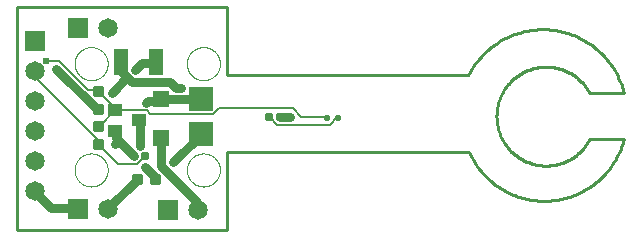
<source format=gtl>
G75*
%MOIN*%
%OFA0B0*%
%FSLAX25Y25*%
%IPPOS*%
%LPD*%
%AMOC8*
5,1,8,0,0,1.08239X$1,22.5*
%
%ADD10C,0.01000*%
%ADD11C,0.00000*%
%ADD12C,0.01250*%
%ADD13R,0.04500X0.09000*%
%ADD14R,0.05500X0.05500*%
%ADD15R,0.04500X0.04000*%
%ADD16C,0.00875*%
%ADD17R,0.07874X0.07874*%
%ADD18C,0.01142*%
%ADD19R,0.06500X0.06500*%
%ADD20C,0.06500*%
%ADD21C,0.03000*%
%ADD22C,0.02400*%
%ADD23C,0.00600*%
D10*
X0061453Y0072391D02*
X0061453Y0146682D01*
X0131532Y0146682D01*
X0131532Y0123847D01*
X0211847Y0123847D01*
X0211846Y0123847D02*
X0212158Y0124451D01*
X0212484Y0125047D01*
X0212825Y0125635D01*
X0213179Y0126214D01*
X0213548Y0126785D01*
X0213931Y0127346D01*
X0214327Y0127898D01*
X0214737Y0128440D01*
X0215159Y0128972D01*
X0215595Y0129494D01*
X0216043Y0130004D01*
X0216504Y0130504D01*
X0216976Y0130992D01*
X0217460Y0131469D01*
X0217956Y0131933D01*
X0218463Y0132386D01*
X0218981Y0132826D01*
X0219509Y0133253D01*
X0220048Y0133667D01*
X0220597Y0134068D01*
X0221155Y0134455D01*
X0221722Y0134828D01*
X0222299Y0135188D01*
X0222884Y0135533D01*
X0223477Y0135865D01*
X0224078Y0136181D01*
X0224687Y0136483D01*
X0225303Y0136770D01*
X0225926Y0137041D01*
X0226555Y0137298D01*
X0227190Y0137539D01*
X0227831Y0137764D01*
X0228477Y0137974D01*
X0229128Y0138168D01*
X0229784Y0138346D01*
X0230444Y0138508D01*
X0231108Y0138653D01*
X0231775Y0138783D01*
X0232445Y0138896D01*
X0233117Y0138993D01*
X0233792Y0139073D01*
X0234468Y0139137D01*
X0235146Y0139185D01*
X0235825Y0139216D01*
X0236504Y0139230D01*
X0237183Y0139228D01*
X0237863Y0139209D01*
X0238541Y0139173D01*
X0239218Y0139121D01*
X0239894Y0139053D01*
X0240569Y0138968D01*
X0241240Y0138867D01*
X0241910Y0138749D01*
X0242576Y0138615D01*
X0243238Y0138465D01*
X0243897Y0138298D01*
X0244551Y0138116D01*
X0245201Y0137918D01*
X0245846Y0137704D01*
X0246486Y0137474D01*
X0247119Y0137229D01*
X0247747Y0136968D01*
X0248368Y0136692D01*
X0248981Y0136401D01*
X0249588Y0136095D01*
X0250187Y0135775D01*
X0250778Y0135440D01*
X0251361Y0135090D01*
X0251935Y0134727D01*
X0252500Y0134349D01*
X0253056Y0133958D01*
X0253602Y0133554D01*
X0254137Y0133136D01*
X0254663Y0132706D01*
X0255178Y0132262D01*
X0255682Y0131806D01*
X0256174Y0131339D01*
X0256655Y0130859D01*
X0257125Y0130367D01*
X0257582Y0129865D01*
X0258026Y0129351D01*
X0258458Y0128827D01*
X0258877Y0128292D01*
X0259283Y0127747D01*
X0259676Y0127192D01*
X0260055Y0126628D01*
X0260420Y0126055D01*
X0260771Y0125474D01*
X0261107Y0124883D01*
X0261429Y0124285D01*
X0261737Y0123679D01*
X0262029Y0123066D01*
X0262307Y0122446D01*
X0262569Y0121819D01*
X0262816Y0121186D01*
X0263048Y0120547D01*
X0263263Y0119903D01*
X0263463Y0119254D01*
X0263647Y0118600D01*
X0263815Y0117941D01*
X0263816Y0117942D02*
X0252398Y0117942D01*
X0252205Y0118296D01*
X0252005Y0118646D01*
X0251795Y0118990D01*
X0251577Y0119330D01*
X0251351Y0119663D01*
X0251117Y0119992D01*
X0250875Y0120314D01*
X0250625Y0120630D01*
X0250367Y0120940D01*
X0250102Y0121244D01*
X0249830Y0121541D01*
X0249550Y0121832D01*
X0249264Y0122115D01*
X0248970Y0122391D01*
X0248670Y0122661D01*
X0248363Y0122922D01*
X0248050Y0123176D01*
X0247731Y0123423D01*
X0247406Y0123661D01*
X0247075Y0123891D01*
X0246739Y0124114D01*
X0246397Y0124328D01*
X0246050Y0124533D01*
X0245698Y0124730D01*
X0245342Y0124918D01*
X0244981Y0125098D01*
X0244616Y0125268D01*
X0244246Y0125430D01*
X0243873Y0125582D01*
X0243496Y0125726D01*
X0243116Y0125860D01*
X0242733Y0125985D01*
X0242346Y0126100D01*
X0241957Y0126206D01*
X0241566Y0126302D01*
X0241172Y0126388D01*
X0240776Y0126465D01*
X0240379Y0126533D01*
X0239980Y0126590D01*
X0239579Y0126638D01*
X0239178Y0126676D01*
X0238776Y0126704D01*
X0238373Y0126722D01*
X0237970Y0126730D01*
X0237567Y0126729D01*
X0237164Y0126717D01*
X0236761Y0126696D01*
X0236359Y0126665D01*
X0235958Y0126624D01*
X0235558Y0126573D01*
X0235160Y0126513D01*
X0234763Y0126443D01*
X0234368Y0126363D01*
X0233975Y0126273D01*
X0233584Y0126174D01*
X0233196Y0126065D01*
X0232810Y0125947D01*
X0232428Y0125819D01*
X0232049Y0125682D01*
X0231673Y0125536D01*
X0231301Y0125381D01*
X0230933Y0125216D01*
X0230569Y0125043D01*
X0230209Y0124861D01*
X0229854Y0124670D01*
X0229504Y0124470D01*
X0229159Y0124262D01*
X0228819Y0124046D01*
X0228484Y0123821D01*
X0228155Y0123588D01*
X0227832Y0123347D01*
X0227514Y0123098D01*
X0227203Y0122842D01*
X0226898Y0122578D01*
X0226600Y0122307D01*
X0226309Y0122028D01*
X0226024Y0121742D01*
X0225747Y0121450D01*
X0225477Y0121151D01*
X0225214Y0120845D01*
X0224959Y0120533D01*
X0224711Y0120215D01*
X0224471Y0119891D01*
X0224240Y0119561D01*
X0224016Y0119225D01*
X0223801Y0118884D01*
X0223594Y0118538D01*
X0223396Y0118187D01*
X0223206Y0117831D01*
X0223026Y0117471D01*
X0222854Y0117106D01*
X0222691Y0116738D01*
X0222537Y0116365D01*
X0222392Y0115989D01*
X0222256Y0115609D01*
X0222130Y0115226D01*
X0222013Y0114840D01*
X0221906Y0114452D01*
X0221808Y0114061D01*
X0221720Y0113667D01*
X0221642Y0113272D01*
X0221573Y0112874D01*
X0221514Y0112476D01*
X0221465Y0112076D01*
X0221425Y0111674D01*
X0221396Y0111272D01*
X0221376Y0110870D01*
X0221366Y0110467D01*
X0221366Y0110063D01*
X0221376Y0109660D01*
X0221396Y0109258D01*
X0221425Y0108856D01*
X0221465Y0108454D01*
X0221514Y0108054D01*
X0221573Y0107656D01*
X0221642Y0107258D01*
X0221720Y0106863D01*
X0221808Y0106469D01*
X0221906Y0106078D01*
X0222013Y0105690D01*
X0222130Y0105304D01*
X0222256Y0104921D01*
X0222392Y0104541D01*
X0222537Y0104165D01*
X0222691Y0103792D01*
X0222854Y0103424D01*
X0223026Y0103059D01*
X0223206Y0102699D01*
X0223396Y0102343D01*
X0223594Y0101992D01*
X0223801Y0101646D01*
X0224016Y0101305D01*
X0224240Y0100969D01*
X0224471Y0100639D01*
X0224711Y0100315D01*
X0224959Y0099997D01*
X0225214Y0099685D01*
X0225477Y0099379D01*
X0225747Y0099080D01*
X0226024Y0098788D01*
X0226309Y0098502D01*
X0226600Y0098223D01*
X0226898Y0097952D01*
X0227203Y0097688D01*
X0227514Y0097432D01*
X0227832Y0097183D01*
X0228155Y0096942D01*
X0228484Y0096709D01*
X0228819Y0096484D01*
X0229159Y0096268D01*
X0229504Y0096060D01*
X0229854Y0095860D01*
X0230209Y0095669D01*
X0230569Y0095487D01*
X0230933Y0095314D01*
X0231301Y0095149D01*
X0231673Y0094994D01*
X0232049Y0094848D01*
X0232428Y0094711D01*
X0232810Y0094583D01*
X0233196Y0094465D01*
X0233584Y0094356D01*
X0233975Y0094257D01*
X0234368Y0094167D01*
X0234763Y0094087D01*
X0235160Y0094017D01*
X0235558Y0093957D01*
X0235958Y0093906D01*
X0236359Y0093865D01*
X0236761Y0093834D01*
X0237164Y0093813D01*
X0237567Y0093801D01*
X0237970Y0093800D01*
X0238373Y0093808D01*
X0238776Y0093826D01*
X0239178Y0093854D01*
X0239579Y0093892D01*
X0239980Y0093940D01*
X0240379Y0093997D01*
X0240776Y0094065D01*
X0241172Y0094142D01*
X0241566Y0094228D01*
X0241957Y0094324D01*
X0242346Y0094430D01*
X0242733Y0094545D01*
X0243116Y0094670D01*
X0243496Y0094804D01*
X0243873Y0094948D01*
X0244246Y0095100D01*
X0244616Y0095262D01*
X0244981Y0095432D01*
X0245342Y0095612D01*
X0245698Y0095800D01*
X0246050Y0095997D01*
X0246397Y0096202D01*
X0246739Y0096416D01*
X0247075Y0096639D01*
X0247406Y0096869D01*
X0247731Y0097107D01*
X0248050Y0097354D01*
X0248363Y0097608D01*
X0248670Y0097869D01*
X0248970Y0098139D01*
X0249264Y0098415D01*
X0249550Y0098698D01*
X0249830Y0098989D01*
X0250102Y0099286D01*
X0250367Y0099590D01*
X0250625Y0099900D01*
X0250875Y0100216D01*
X0251117Y0100538D01*
X0251351Y0100867D01*
X0251577Y0101200D01*
X0251795Y0101540D01*
X0252005Y0101884D01*
X0252205Y0102234D01*
X0252398Y0102588D01*
X0252398Y0102548D02*
X0263737Y0102587D01*
X0263815Y0102587D02*
X0263639Y0101941D01*
X0263447Y0101299D01*
X0263239Y0100663D01*
X0263016Y0100031D01*
X0262778Y0099405D01*
X0262524Y0098786D01*
X0262256Y0098172D01*
X0261972Y0097566D01*
X0261674Y0096966D01*
X0261361Y0096374D01*
X0261034Y0095790D01*
X0260693Y0095214D01*
X0260337Y0094646D01*
X0259968Y0094087D01*
X0259586Y0093538D01*
X0259190Y0092998D01*
X0258781Y0092467D01*
X0258359Y0091947D01*
X0257925Y0091438D01*
X0257478Y0090939D01*
X0257019Y0090451D01*
X0256549Y0089974D01*
X0256067Y0089509D01*
X0255574Y0089056D01*
X0255070Y0088616D01*
X0254555Y0088187D01*
X0254030Y0087771D01*
X0253495Y0087369D01*
X0252950Y0086979D01*
X0252396Y0086603D01*
X0251833Y0086240D01*
X0251262Y0085892D01*
X0250682Y0085557D01*
X0250094Y0085237D01*
X0249498Y0084931D01*
X0248895Y0084640D01*
X0248285Y0084363D01*
X0247669Y0084102D01*
X0247046Y0083855D01*
X0246417Y0083624D01*
X0245783Y0083409D01*
X0245144Y0083208D01*
X0244501Y0083024D01*
X0243853Y0082855D01*
X0243201Y0082702D01*
X0242545Y0082566D01*
X0241886Y0082445D01*
X0241225Y0082340D01*
X0240561Y0082252D01*
X0239896Y0082179D01*
X0239228Y0082123D01*
X0238560Y0082083D01*
X0237891Y0082060D01*
X0237221Y0082053D01*
X0236551Y0082062D01*
X0235882Y0082088D01*
X0235214Y0082130D01*
X0234547Y0082188D01*
X0233881Y0082263D01*
X0233218Y0082354D01*
X0232557Y0082460D01*
X0231899Y0082583D01*
X0231244Y0082723D01*
X0230592Y0082878D01*
X0229945Y0083048D01*
X0229302Y0083235D01*
X0228663Y0083437D01*
X0228030Y0083655D01*
X0227402Y0083888D01*
X0226780Y0084137D01*
X0226165Y0084400D01*
X0225556Y0084679D01*
X0224954Y0084972D01*
X0224359Y0085280D01*
X0223772Y0085602D01*
X0223193Y0085939D01*
X0222623Y0086289D01*
X0222061Y0086654D01*
X0221508Y0087032D01*
X0220965Y0087423D01*
X0220431Y0087828D01*
X0219908Y0088245D01*
X0219394Y0088675D01*
X0218892Y0089118D01*
X0218400Y0089572D01*
X0217920Y0090039D01*
X0217451Y0090517D01*
X0216994Y0091006D01*
X0216549Y0091507D01*
X0216116Y0092018D01*
X0215696Y0092540D01*
X0215289Y0093071D01*
X0214895Y0093613D01*
X0214514Y0094163D01*
X0214147Y0094723D01*
X0213794Y0095292D01*
X0213454Y0095870D01*
X0213129Y0096455D01*
X0212818Y0097048D01*
X0212522Y0097649D01*
X0212240Y0098256D01*
X0211847Y0098257D02*
X0131532Y0098257D01*
X0131532Y0072391D01*
X0061453Y0072391D01*
D11*
X0080745Y0092351D02*
X0080747Y0092499D01*
X0080753Y0092647D01*
X0080763Y0092795D01*
X0080777Y0092942D01*
X0080795Y0093089D01*
X0080816Y0093235D01*
X0080842Y0093381D01*
X0080872Y0093526D01*
X0080905Y0093670D01*
X0080943Y0093813D01*
X0080984Y0093955D01*
X0081029Y0094096D01*
X0081077Y0094236D01*
X0081130Y0094375D01*
X0081186Y0094512D01*
X0081246Y0094647D01*
X0081309Y0094781D01*
X0081376Y0094913D01*
X0081447Y0095043D01*
X0081521Y0095171D01*
X0081598Y0095297D01*
X0081679Y0095421D01*
X0081763Y0095543D01*
X0081850Y0095662D01*
X0081941Y0095779D01*
X0082035Y0095894D01*
X0082131Y0096006D01*
X0082231Y0096116D01*
X0082333Y0096222D01*
X0082439Y0096326D01*
X0082547Y0096427D01*
X0082658Y0096525D01*
X0082771Y0096621D01*
X0082887Y0096713D01*
X0083005Y0096802D01*
X0083126Y0096887D01*
X0083249Y0096970D01*
X0083374Y0097049D01*
X0083501Y0097125D01*
X0083630Y0097197D01*
X0083761Y0097266D01*
X0083894Y0097331D01*
X0084029Y0097392D01*
X0084165Y0097450D01*
X0084302Y0097505D01*
X0084441Y0097555D01*
X0084582Y0097602D01*
X0084723Y0097645D01*
X0084866Y0097685D01*
X0085010Y0097720D01*
X0085154Y0097752D01*
X0085300Y0097779D01*
X0085446Y0097803D01*
X0085593Y0097823D01*
X0085740Y0097839D01*
X0085887Y0097851D01*
X0086035Y0097859D01*
X0086183Y0097863D01*
X0086331Y0097863D01*
X0086479Y0097859D01*
X0086627Y0097851D01*
X0086774Y0097839D01*
X0086921Y0097823D01*
X0087068Y0097803D01*
X0087214Y0097779D01*
X0087360Y0097752D01*
X0087504Y0097720D01*
X0087648Y0097685D01*
X0087791Y0097645D01*
X0087932Y0097602D01*
X0088073Y0097555D01*
X0088212Y0097505D01*
X0088349Y0097450D01*
X0088485Y0097392D01*
X0088620Y0097331D01*
X0088753Y0097266D01*
X0088884Y0097197D01*
X0089013Y0097125D01*
X0089140Y0097049D01*
X0089265Y0096970D01*
X0089388Y0096887D01*
X0089509Y0096802D01*
X0089627Y0096713D01*
X0089743Y0096621D01*
X0089856Y0096525D01*
X0089967Y0096427D01*
X0090075Y0096326D01*
X0090181Y0096222D01*
X0090283Y0096116D01*
X0090383Y0096006D01*
X0090479Y0095894D01*
X0090573Y0095779D01*
X0090664Y0095662D01*
X0090751Y0095543D01*
X0090835Y0095421D01*
X0090916Y0095297D01*
X0090993Y0095171D01*
X0091067Y0095043D01*
X0091138Y0094913D01*
X0091205Y0094781D01*
X0091268Y0094647D01*
X0091328Y0094512D01*
X0091384Y0094375D01*
X0091437Y0094236D01*
X0091485Y0094096D01*
X0091530Y0093955D01*
X0091571Y0093813D01*
X0091609Y0093670D01*
X0091642Y0093526D01*
X0091672Y0093381D01*
X0091698Y0093235D01*
X0091719Y0093089D01*
X0091737Y0092942D01*
X0091751Y0092795D01*
X0091761Y0092647D01*
X0091767Y0092499D01*
X0091769Y0092351D01*
X0091767Y0092203D01*
X0091761Y0092055D01*
X0091751Y0091907D01*
X0091737Y0091760D01*
X0091719Y0091613D01*
X0091698Y0091467D01*
X0091672Y0091321D01*
X0091642Y0091176D01*
X0091609Y0091032D01*
X0091571Y0090889D01*
X0091530Y0090747D01*
X0091485Y0090606D01*
X0091437Y0090466D01*
X0091384Y0090327D01*
X0091328Y0090190D01*
X0091268Y0090055D01*
X0091205Y0089921D01*
X0091138Y0089789D01*
X0091067Y0089659D01*
X0090993Y0089531D01*
X0090916Y0089405D01*
X0090835Y0089281D01*
X0090751Y0089159D01*
X0090664Y0089040D01*
X0090573Y0088923D01*
X0090479Y0088808D01*
X0090383Y0088696D01*
X0090283Y0088586D01*
X0090181Y0088480D01*
X0090075Y0088376D01*
X0089967Y0088275D01*
X0089856Y0088177D01*
X0089743Y0088081D01*
X0089627Y0087989D01*
X0089509Y0087900D01*
X0089388Y0087815D01*
X0089265Y0087732D01*
X0089140Y0087653D01*
X0089013Y0087577D01*
X0088884Y0087505D01*
X0088753Y0087436D01*
X0088620Y0087371D01*
X0088485Y0087310D01*
X0088349Y0087252D01*
X0088212Y0087197D01*
X0088073Y0087147D01*
X0087932Y0087100D01*
X0087791Y0087057D01*
X0087648Y0087017D01*
X0087504Y0086982D01*
X0087360Y0086950D01*
X0087214Y0086923D01*
X0087068Y0086899D01*
X0086921Y0086879D01*
X0086774Y0086863D01*
X0086627Y0086851D01*
X0086479Y0086843D01*
X0086331Y0086839D01*
X0086183Y0086839D01*
X0086035Y0086843D01*
X0085887Y0086851D01*
X0085740Y0086863D01*
X0085593Y0086879D01*
X0085446Y0086899D01*
X0085300Y0086923D01*
X0085154Y0086950D01*
X0085010Y0086982D01*
X0084866Y0087017D01*
X0084723Y0087057D01*
X0084582Y0087100D01*
X0084441Y0087147D01*
X0084302Y0087197D01*
X0084165Y0087252D01*
X0084029Y0087310D01*
X0083894Y0087371D01*
X0083761Y0087436D01*
X0083630Y0087505D01*
X0083501Y0087577D01*
X0083374Y0087653D01*
X0083249Y0087732D01*
X0083126Y0087815D01*
X0083005Y0087900D01*
X0082887Y0087989D01*
X0082771Y0088081D01*
X0082658Y0088177D01*
X0082547Y0088275D01*
X0082439Y0088376D01*
X0082333Y0088480D01*
X0082231Y0088586D01*
X0082131Y0088696D01*
X0082035Y0088808D01*
X0081941Y0088923D01*
X0081850Y0089040D01*
X0081763Y0089159D01*
X0081679Y0089281D01*
X0081598Y0089405D01*
X0081521Y0089531D01*
X0081447Y0089659D01*
X0081376Y0089789D01*
X0081309Y0089921D01*
X0081246Y0090055D01*
X0081186Y0090190D01*
X0081130Y0090327D01*
X0081077Y0090466D01*
X0081029Y0090606D01*
X0080984Y0090747D01*
X0080943Y0090889D01*
X0080905Y0091032D01*
X0080872Y0091176D01*
X0080842Y0091321D01*
X0080816Y0091467D01*
X0080795Y0091613D01*
X0080777Y0091760D01*
X0080763Y0091907D01*
X0080753Y0092055D01*
X0080747Y0092203D01*
X0080745Y0092351D01*
X0118146Y0092351D02*
X0118148Y0092499D01*
X0118154Y0092647D01*
X0118164Y0092795D01*
X0118178Y0092942D01*
X0118196Y0093089D01*
X0118217Y0093235D01*
X0118243Y0093381D01*
X0118273Y0093526D01*
X0118306Y0093670D01*
X0118344Y0093813D01*
X0118385Y0093955D01*
X0118430Y0094096D01*
X0118478Y0094236D01*
X0118531Y0094375D01*
X0118587Y0094512D01*
X0118647Y0094647D01*
X0118710Y0094781D01*
X0118777Y0094913D01*
X0118848Y0095043D01*
X0118922Y0095171D01*
X0118999Y0095297D01*
X0119080Y0095421D01*
X0119164Y0095543D01*
X0119251Y0095662D01*
X0119342Y0095779D01*
X0119436Y0095894D01*
X0119532Y0096006D01*
X0119632Y0096116D01*
X0119734Y0096222D01*
X0119840Y0096326D01*
X0119948Y0096427D01*
X0120059Y0096525D01*
X0120172Y0096621D01*
X0120288Y0096713D01*
X0120406Y0096802D01*
X0120527Y0096887D01*
X0120650Y0096970D01*
X0120775Y0097049D01*
X0120902Y0097125D01*
X0121031Y0097197D01*
X0121162Y0097266D01*
X0121295Y0097331D01*
X0121430Y0097392D01*
X0121566Y0097450D01*
X0121703Y0097505D01*
X0121842Y0097555D01*
X0121983Y0097602D01*
X0122124Y0097645D01*
X0122267Y0097685D01*
X0122411Y0097720D01*
X0122555Y0097752D01*
X0122701Y0097779D01*
X0122847Y0097803D01*
X0122994Y0097823D01*
X0123141Y0097839D01*
X0123288Y0097851D01*
X0123436Y0097859D01*
X0123584Y0097863D01*
X0123732Y0097863D01*
X0123880Y0097859D01*
X0124028Y0097851D01*
X0124175Y0097839D01*
X0124322Y0097823D01*
X0124469Y0097803D01*
X0124615Y0097779D01*
X0124761Y0097752D01*
X0124905Y0097720D01*
X0125049Y0097685D01*
X0125192Y0097645D01*
X0125333Y0097602D01*
X0125474Y0097555D01*
X0125613Y0097505D01*
X0125750Y0097450D01*
X0125886Y0097392D01*
X0126021Y0097331D01*
X0126154Y0097266D01*
X0126285Y0097197D01*
X0126414Y0097125D01*
X0126541Y0097049D01*
X0126666Y0096970D01*
X0126789Y0096887D01*
X0126910Y0096802D01*
X0127028Y0096713D01*
X0127144Y0096621D01*
X0127257Y0096525D01*
X0127368Y0096427D01*
X0127476Y0096326D01*
X0127582Y0096222D01*
X0127684Y0096116D01*
X0127784Y0096006D01*
X0127880Y0095894D01*
X0127974Y0095779D01*
X0128065Y0095662D01*
X0128152Y0095543D01*
X0128236Y0095421D01*
X0128317Y0095297D01*
X0128394Y0095171D01*
X0128468Y0095043D01*
X0128539Y0094913D01*
X0128606Y0094781D01*
X0128669Y0094647D01*
X0128729Y0094512D01*
X0128785Y0094375D01*
X0128838Y0094236D01*
X0128886Y0094096D01*
X0128931Y0093955D01*
X0128972Y0093813D01*
X0129010Y0093670D01*
X0129043Y0093526D01*
X0129073Y0093381D01*
X0129099Y0093235D01*
X0129120Y0093089D01*
X0129138Y0092942D01*
X0129152Y0092795D01*
X0129162Y0092647D01*
X0129168Y0092499D01*
X0129170Y0092351D01*
X0129168Y0092203D01*
X0129162Y0092055D01*
X0129152Y0091907D01*
X0129138Y0091760D01*
X0129120Y0091613D01*
X0129099Y0091467D01*
X0129073Y0091321D01*
X0129043Y0091176D01*
X0129010Y0091032D01*
X0128972Y0090889D01*
X0128931Y0090747D01*
X0128886Y0090606D01*
X0128838Y0090466D01*
X0128785Y0090327D01*
X0128729Y0090190D01*
X0128669Y0090055D01*
X0128606Y0089921D01*
X0128539Y0089789D01*
X0128468Y0089659D01*
X0128394Y0089531D01*
X0128317Y0089405D01*
X0128236Y0089281D01*
X0128152Y0089159D01*
X0128065Y0089040D01*
X0127974Y0088923D01*
X0127880Y0088808D01*
X0127784Y0088696D01*
X0127684Y0088586D01*
X0127582Y0088480D01*
X0127476Y0088376D01*
X0127368Y0088275D01*
X0127257Y0088177D01*
X0127144Y0088081D01*
X0127028Y0087989D01*
X0126910Y0087900D01*
X0126789Y0087815D01*
X0126666Y0087732D01*
X0126541Y0087653D01*
X0126414Y0087577D01*
X0126285Y0087505D01*
X0126154Y0087436D01*
X0126021Y0087371D01*
X0125886Y0087310D01*
X0125750Y0087252D01*
X0125613Y0087197D01*
X0125474Y0087147D01*
X0125333Y0087100D01*
X0125192Y0087057D01*
X0125049Y0087017D01*
X0124905Y0086982D01*
X0124761Y0086950D01*
X0124615Y0086923D01*
X0124469Y0086899D01*
X0124322Y0086879D01*
X0124175Y0086863D01*
X0124028Y0086851D01*
X0123880Y0086843D01*
X0123732Y0086839D01*
X0123584Y0086839D01*
X0123436Y0086843D01*
X0123288Y0086851D01*
X0123141Y0086863D01*
X0122994Y0086879D01*
X0122847Y0086899D01*
X0122701Y0086923D01*
X0122555Y0086950D01*
X0122411Y0086982D01*
X0122267Y0087017D01*
X0122124Y0087057D01*
X0121983Y0087100D01*
X0121842Y0087147D01*
X0121703Y0087197D01*
X0121566Y0087252D01*
X0121430Y0087310D01*
X0121295Y0087371D01*
X0121162Y0087436D01*
X0121031Y0087505D01*
X0120902Y0087577D01*
X0120775Y0087653D01*
X0120650Y0087732D01*
X0120527Y0087815D01*
X0120406Y0087900D01*
X0120288Y0087989D01*
X0120172Y0088081D01*
X0120059Y0088177D01*
X0119948Y0088275D01*
X0119840Y0088376D01*
X0119734Y0088480D01*
X0119632Y0088586D01*
X0119532Y0088696D01*
X0119436Y0088808D01*
X0119342Y0088923D01*
X0119251Y0089040D01*
X0119164Y0089159D01*
X0119080Y0089281D01*
X0118999Y0089405D01*
X0118922Y0089531D01*
X0118848Y0089659D01*
X0118777Y0089789D01*
X0118710Y0089921D01*
X0118647Y0090055D01*
X0118587Y0090190D01*
X0118531Y0090327D01*
X0118478Y0090466D01*
X0118430Y0090606D01*
X0118385Y0090747D01*
X0118344Y0090889D01*
X0118306Y0091032D01*
X0118273Y0091176D01*
X0118243Y0091321D01*
X0118217Y0091467D01*
X0118196Y0091613D01*
X0118178Y0091760D01*
X0118164Y0091907D01*
X0118154Y0092055D01*
X0118148Y0092203D01*
X0118146Y0092351D01*
X0118146Y0127784D02*
X0118148Y0127932D01*
X0118154Y0128080D01*
X0118164Y0128228D01*
X0118178Y0128375D01*
X0118196Y0128522D01*
X0118217Y0128668D01*
X0118243Y0128814D01*
X0118273Y0128959D01*
X0118306Y0129103D01*
X0118344Y0129246D01*
X0118385Y0129388D01*
X0118430Y0129529D01*
X0118478Y0129669D01*
X0118531Y0129808D01*
X0118587Y0129945D01*
X0118647Y0130080D01*
X0118710Y0130214D01*
X0118777Y0130346D01*
X0118848Y0130476D01*
X0118922Y0130604D01*
X0118999Y0130730D01*
X0119080Y0130854D01*
X0119164Y0130976D01*
X0119251Y0131095D01*
X0119342Y0131212D01*
X0119436Y0131327D01*
X0119532Y0131439D01*
X0119632Y0131549D01*
X0119734Y0131655D01*
X0119840Y0131759D01*
X0119948Y0131860D01*
X0120059Y0131958D01*
X0120172Y0132054D01*
X0120288Y0132146D01*
X0120406Y0132235D01*
X0120527Y0132320D01*
X0120650Y0132403D01*
X0120775Y0132482D01*
X0120902Y0132558D01*
X0121031Y0132630D01*
X0121162Y0132699D01*
X0121295Y0132764D01*
X0121430Y0132825D01*
X0121566Y0132883D01*
X0121703Y0132938D01*
X0121842Y0132988D01*
X0121983Y0133035D01*
X0122124Y0133078D01*
X0122267Y0133118D01*
X0122411Y0133153D01*
X0122555Y0133185D01*
X0122701Y0133212D01*
X0122847Y0133236D01*
X0122994Y0133256D01*
X0123141Y0133272D01*
X0123288Y0133284D01*
X0123436Y0133292D01*
X0123584Y0133296D01*
X0123732Y0133296D01*
X0123880Y0133292D01*
X0124028Y0133284D01*
X0124175Y0133272D01*
X0124322Y0133256D01*
X0124469Y0133236D01*
X0124615Y0133212D01*
X0124761Y0133185D01*
X0124905Y0133153D01*
X0125049Y0133118D01*
X0125192Y0133078D01*
X0125333Y0133035D01*
X0125474Y0132988D01*
X0125613Y0132938D01*
X0125750Y0132883D01*
X0125886Y0132825D01*
X0126021Y0132764D01*
X0126154Y0132699D01*
X0126285Y0132630D01*
X0126414Y0132558D01*
X0126541Y0132482D01*
X0126666Y0132403D01*
X0126789Y0132320D01*
X0126910Y0132235D01*
X0127028Y0132146D01*
X0127144Y0132054D01*
X0127257Y0131958D01*
X0127368Y0131860D01*
X0127476Y0131759D01*
X0127582Y0131655D01*
X0127684Y0131549D01*
X0127784Y0131439D01*
X0127880Y0131327D01*
X0127974Y0131212D01*
X0128065Y0131095D01*
X0128152Y0130976D01*
X0128236Y0130854D01*
X0128317Y0130730D01*
X0128394Y0130604D01*
X0128468Y0130476D01*
X0128539Y0130346D01*
X0128606Y0130214D01*
X0128669Y0130080D01*
X0128729Y0129945D01*
X0128785Y0129808D01*
X0128838Y0129669D01*
X0128886Y0129529D01*
X0128931Y0129388D01*
X0128972Y0129246D01*
X0129010Y0129103D01*
X0129043Y0128959D01*
X0129073Y0128814D01*
X0129099Y0128668D01*
X0129120Y0128522D01*
X0129138Y0128375D01*
X0129152Y0128228D01*
X0129162Y0128080D01*
X0129168Y0127932D01*
X0129170Y0127784D01*
X0129168Y0127636D01*
X0129162Y0127488D01*
X0129152Y0127340D01*
X0129138Y0127193D01*
X0129120Y0127046D01*
X0129099Y0126900D01*
X0129073Y0126754D01*
X0129043Y0126609D01*
X0129010Y0126465D01*
X0128972Y0126322D01*
X0128931Y0126180D01*
X0128886Y0126039D01*
X0128838Y0125899D01*
X0128785Y0125760D01*
X0128729Y0125623D01*
X0128669Y0125488D01*
X0128606Y0125354D01*
X0128539Y0125222D01*
X0128468Y0125092D01*
X0128394Y0124964D01*
X0128317Y0124838D01*
X0128236Y0124714D01*
X0128152Y0124592D01*
X0128065Y0124473D01*
X0127974Y0124356D01*
X0127880Y0124241D01*
X0127784Y0124129D01*
X0127684Y0124019D01*
X0127582Y0123913D01*
X0127476Y0123809D01*
X0127368Y0123708D01*
X0127257Y0123610D01*
X0127144Y0123514D01*
X0127028Y0123422D01*
X0126910Y0123333D01*
X0126789Y0123248D01*
X0126666Y0123165D01*
X0126541Y0123086D01*
X0126414Y0123010D01*
X0126285Y0122938D01*
X0126154Y0122869D01*
X0126021Y0122804D01*
X0125886Y0122743D01*
X0125750Y0122685D01*
X0125613Y0122630D01*
X0125474Y0122580D01*
X0125333Y0122533D01*
X0125192Y0122490D01*
X0125049Y0122450D01*
X0124905Y0122415D01*
X0124761Y0122383D01*
X0124615Y0122356D01*
X0124469Y0122332D01*
X0124322Y0122312D01*
X0124175Y0122296D01*
X0124028Y0122284D01*
X0123880Y0122276D01*
X0123732Y0122272D01*
X0123584Y0122272D01*
X0123436Y0122276D01*
X0123288Y0122284D01*
X0123141Y0122296D01*
X0122994Y0122312D01*
X0122847Y0122332D01*
X0122701Y0122356D01*
X0122555Y0122383D01*
X0122411Y0122415D01*
X0122267Y0122450D01*
X0122124Y0122490D01*
X0121983Y0122533D01*
X0121842Y0122580D01*
X0121703Y0122630D01*
X0121566Y0122685D01*
X0121430Y0122743D01*
X0121295Y0122804D01*
X0121162Y0122869D01*
X0121031Y0122938D01*
X0120902Y0123010D01*
X0120775Y0123086D01*
X0120650Y0123165D01*
X0120527Y0123248D01*
X0120406Y0123333D01*
X0120288Y0123422D01*
X0120172Y0123514D01*
X0120059Y0123610D01*
X0119948Y0123708D01*
X0119840Y0123809D01*
X0119734Y0123913D01*
X0119632Y0124019D01*
X0119532Y0124129D01*
X0119436Y0124241D01*
X0119342Y0124356D01*
X0119251Y0124473D01*
X0119164Y0124592D01*
X0119080Y0124714D01*
X0118999Y0124838D01*
X0118922Y0124964D01*
X0118848Y0125092D01*
X0118777Y0125222D01*
X0118710Y0125354D01*
X0118647Y0125488D01*
X0118587Y0125623D01*
X0118531Y0125760D01*
X0118478Y0125899D01*
X0118430Y0126039D01*
X0118385Y0126180D01*
X0118344Y0126322D01*
X0118306Y0126465D01*
X0118273Y0126609D01*
X0118243Y0126754D01*
X0118217Y0126900D01*
X0118196Y0127046D01*
X0118178Y0127193D01*
X0118164Y0127340D01*
X0118154Y0127488D01*
X0118148Y0127636D01*
X0118146Y0127784D01*
X0080745Y0127784D02*
X0080747Y0127932D01*
X0080753Y0128080D01*
X0080763Y0128228D01*
X0080777Y0128375D01*
X0080795Y0128522D01*
X0080816Y0128668D01*
X0080842Y0128814D01*
X0080872Y0128959D01*
X0080905Y0129103D01*
X0080943Y0129246D01*
X0080984Y0129388D01*
X0081029Y0129529D01*
X0081077Y0129669D01*
X0081130Y0129808D01*
X0081186Y0129945D01*
X0081246Y0130080D01*
X0081309Y0130214D01*
X0081376Y0130346D01*
X0081447Y0130476D01*
X0081521Y0130604D01*
X0081598Y0130730D01*
X0081679Y0130854D01*
X0081763Y0130976D01*
X0081850Y0131095D01*
X0081941Y0131212D01*
X0082035Y0131327D01*
X0082131Y0131439D01*
X0082231Y0131549D01*
X0082333Y0131655D01*
X0082439Y0131759D01*
X0082547Y0131860D01*
X0082658Y0131958D01*
X0082771Y0132054D01*
X0082887Y0132146D01*
X0083005Y0132235D01*
X0083126Y0132320D01*
X0083249Y0132403D01*
X0083374Y0132482D01*
X0083501Y0132558D01*
X0083630Y0132630D01*
X0083761Y0132699D01*
X0083894Y0132764D01*
X0084029Y0132825D01*
X0084165Y0132883D01*
X0084302Y0132938D01*
X0084441Y0132988D01*
X0084582Y0133035D01*
X0084723Y0133078D01*
X0084866Y0133118D01*
X0085010Y0133153D01*
X0085154Y0133185D01*
X0085300Y0133212D01*
X0085446Y0133236D01*
X0085593Y0133256D01*
X0085740Y0133272D01*
X0085887Y0133284D01*
X0086035Y0133292D01*
X0086183Y0133296D01*
X0086331Y0133296D01*
X0086479Y0133292D01*
X0086627Y0133284D01*
X0086774Y0133272D01*
X0086921Y0133256D01*
X0087068Y0133236D01*
X0087214Y0133212D01*
X0087360Y0133185D01*
X0087504Y0133153D01*
X0087648Y0133118D01*
X0087791Y0133078D01*
X0087932Y0133035D01*
X0088073Y0132988D01*
X0088212Y0132938D01*
X0088349Y0132883D01*
X0088485Y0132825D01*
X0088620Y0132764D01*
X0088753Y0132699D01*
X0088884Y0132630D01*
X0089013Y0132558D01*
X0089140Y0132482D01*
X0089265Y0132403D01*
X0089388Y0132320D01*
X0089509Y0132235D01*
X0089627Y0132146D01*
X0089743Y0132054D01*
X0089856Y0131958D01*
X0089967Y0131860D01*
X0090075Y0131759D01*
X0090181Y0131655D01*
X0090283Y0131549D01*
X0090383Y0131439D01*
X0090479Y0131327D01*
X0090573Y0131212D01*
X0090664Y0131095D01*
X0090751Y0130976D01*
X0090835Y0130854D01*
X0090916Y0130730D01*
X0090993Y0130604D01*
X0091067Y0130476D01*
X0091138Y0130346D01*
X0091205Y0130214D01*
X0091268Y0130080D01*
X0091328Y0129945D01*
X0091384Y0129808D01*
X0091437Y0129669D01*
X0091485Y0129529D01*
X0091530Y0129388D01*
X0091571Y0129246D01*
X0091609Y0129103D01*
X0091642Y0128959D01*
X0091672Y0128814D01*
X0091698Y0128668D01*
X0091719Y0128522D01*
X0091737Y0128375D01*
X0091751Y0128228D01*
X0091761Y0128080D01*
X0091767Y0127932D01*
X0091769Y0127784D01*
X0091767Y0127636D01*
X0091761Y0127488D01*
X0091751Y0127340D01*
X0091737Y0127193D01*
X0091719Y0127046D01*
X0091698Y0126900D01*
X0091672Y0126754D01*
X0091642Y0126609D01*
X0091609Y0126465D01*
X0091571Y0126322D01*
X0091530Y0126180D01*
X0091485Y0126039D01*
X0091437Y0125899D01*
X0091384Y0125760D01*
X0091328Y0125623D01*
X0091268Y0125488D01*
X0091205Y0125354D01*
X0091138Y0125222D01*
X0091067Y0125092D01*
X0090993Y0124964D01*
X0090916Y0124838D01*
X0090835Y0124714D01*
X0090751Y0124592D01*
X0090664Y0124473D01*
X0090573Y0124356D01*
X0090479Y0124241D01*
X0090383Y0124129D01*
X0090283Y0124019D01*
X0090181Y0123913D01*
X0090075Y0123809D01*
X0089967Y0123708D01*
X0089856Y0123610D01*
X0089743Y0123514D01*
X0089627Y0123422D01*
X0089509Y0123333D01*
X0089388Y0123248D01*
X0089265Y0123165D01*
X0089140Y0123086D01*
X0089013Y0123010D01*
X0088884Y0122938D01*
X0088753Y0122869D01*
X0088620Y0122804D01*
X0088485Y0122743D01*
X0088349Y0122685D01*
X0088212Y0122630D01*
X0088073Y0122580D01*
X0087932Y0122533D01*
X0087791Y0122490D01*
X0087648Y0122450D01*
X0087504Y0122415D01*
X0087360Y0122383D01*
X0087214Y0122356D01*
X0087068Y0122332D01*
X0086921Y0122312D01*
X0086774Y0122296D01*
X0086627Y0122284D01*
X0086479Y0122276D01*
X0086331Y0122272D01*
X0086183Y0122272D01*
X0086035Y0122276D01*
X0085887Y0122284D01*
X0085740Y0122296D01*
X0085593Y0122312D01*
X0085446Y0122332D01*
X0085300Y0122356D01*
X0085154Y0122383D01*
X0085010Y0122415D01*
X0084866Y0122450D01*
X0084723Y0122490D01*
X0084582Y0122533D01*
X0084441Y0122580D01*
X0084302Y0122630D01*
X0084165Y0122685D01*
X0084029Y0122743D01*
X0083894Y0122804D01*
X0083761Y0122869D01*
X0083630Y0122938D01*
X0083501Y0123010D01*
X0083374Y0123086D01*
X0083249Y0123165D01*
X0083126Y0123248D01*
X0083005Y0123333D01*
X0082887Y0123422D01*
X0082771Y0123514D01*
X0082658Y0123610D01*
X0082547Y0123708D01*
X0082439Y0123809D01*
X0082333Y0123913D01*
X0082231Y0124019D01*
X0082131Y0124129D01*
X0082035Y0124241D01*
X0081941Y0124356D01*
X0081850Y0124473D01*
X0081763Y0124592D01*
X0081679Y0124714D01*
X0081598Y0124838D01*
X0081521Y0124964D01*
X0081447Y0125092D01*
X0081376Y0125222D01*
X0081309Y0125354D01*
X0081246Y0125488D01*
X0081186Y0125623D01*
X0081130Y0125760D01*
X0081077Y0125899D01*
X0081029Y0126039D01*
X0080984Y0126180D01*
X0080943Y0126322D01*
X0080905Y0126465D01*
X0080872Y0126609D01*
X0080842Y0126754D01*
X0080816Y0126900D01*
X0080795Y0127046D01*
X0080777Y0127193D01*
X0080763Y0127340D01*
X0080753Y0127488D01*
X0080747Y0127636D01*
X0080745Y0127784D01*
D12*
X0100053Y0096303D02*
X0101303Y0096303D01*
X0100053Y0096303D02*
X0100053Y0097553D01*
X0101303Y0097553D01*
X0101303Y0096303D01*
X0101303Y0097552D02*
X0100053Y0097552D01*
X0103553Y0096303D02*
X0104803Y0096303D01*
X0103553Y0096303D02*
X0103553Y0097553D01*
X0104803Y0097553D01*
X0104803Y0096303D01*
X0104803Y0097552D02*
X0103553Y0097552D01*
X0145023Y0109443D02*
X0146273Y0109443D01*
X0145023Y0109443D02*
X0145023Y0110693D01*
X0146273Y0110693D01*
X0146273Y0109443D01*
X0146273Y0110692D02*
X0145023Y0110692D01*
X0148523Y0109443D02*
X0149773Y0109443D01*
X0148523Y0109443D02*
X0148523Y0110693D01*
X0149773Y0110693D01*
X0149773Y0109443D01*
X0149773Y0110692D02*
X0148523Y0110692D01*
D13*
X0107814Y0128434D03*
X0096314Y0128434D03*
D14*
X0109406Y0116085D03*
X0109406Y0103085D03*
D15*
X0102333Y0108926D03*
X0094333Y0112426D03*
X0094333Y0105426D03*
D16*
X0089902Y0105702D02*
X0089902Y0108328D01*
X0089902Y0105702D02*
X0087276Y0105702D01*
X0087276Y0108328D01*
X0089902Y0108328D01*
X0089902Y0106576D02*
X0087276Y0106576D01*
X0087276Y0107450D02*
X0089902Y0107450D01*
X0089902Y0108324D02*
X0087276Y0108324D01*
X0089902Y0111483D02*
X0089902Y0114109D01*
X0089902Y0111483D02*
X0087276Y0111483D01*
X0087276Y0114109D01*
X0089902Y0114109D01*
X0089902Y0112357D02*
X0087276Y0112357D01*
X0087276Y0113231D02*
X0089902Y0113231D01*
X0089902Y0114105D02*
X0087276Y0114105D01*
X0089902Y0117483D02*
X0089902Y0120109D01*
X0089902Y0117483D02*
X0087276Y0117483D01*
X0087276Y0120109D01*
X0089902Y0120109D01*
X0089902Y0118357D02*
X0087276Y0118357D01*
X0087276Y0119231D02*
X0089902Y0119231D01*
X0089902Y0120105D02*
X0087276Y0120105D01*
X0089902Y0102328D02*
X0089902Y0099702D01*
X0087276Y0099702D01*
X0087276Y0102328D01*
X0089902Y0102328D01*
X0089902Y0100576D02*
X0087276Y0100576D01*
X0087276Y0101450D02*
X0089902Y0101450D01*
X0089902Y0102324D02*
X0087276Y0102324D01*
X0100329Y0090515D02*
X0102955Y0090515D01*
X0102955Y0087889D01*
X0100329Y0087889D01*
X0100329Y0090515D01*
X0100329Y0088763D02*
X0102955Y0088763D01*
X0102955Y0089637D02*
X0100329Y0089637D01*
X0100329Y0090511D02*
X0102955Y0090511D01*
X0106329Y0090515D02*
X0108955Y0090515D01*
X0108955Y0087889D01*
X0106329Y0087889D01*
X0106329Y0090515D01*
X0106329Y0088763D02*
X0108955Y0088763D01*
X0108955Y0089637D02*
X0106329Y0089637D01*
X0106329Y0090511D02*
X0108955Y0090511D01*
D17*
X0122812Y0104202D03*
X0122812Y0116013D03*
D18*
X0165222Y0110441D02*
X0165222Y0109301D01*
X0164082Y0109301D01*
X0164082Y0110441D01*
X0165222Y0110441D01*
X0168903Y0110441D02*
X0168903Y0109301D01*
X0167763Y0109301D01*
X0167763Y0110441D01*
X0168903Y0110441D01*
D19*
X0111808Y0079162D03*
X0081965Y0079359D03*
X0067477Y0135225D03*
X0082005Y0139713D03*
D20*
X0092005Y0139713D03*
X0067477Y0125225D03*
X0067477Y0115225D03*
X0067477Y0105225D03*
X0067477Y0095225D03*
X0067477Y0085225D03*
X0091965Y0079359D03*
X0121808Y0079162D03*
D21*
X0121603Y0079246D01*
X0121603Y0081646D01*
X0109603Y0093646D01*
X0109603Y0102946D01*
X0109406Y0103085D01*
X0102403Y0100246D02*
X0102403Y0108646D01*
X0102333Y0108926D01*
X0104503Y0114646D02*
X0105103Y0115246D01*
X0108103Y0115246D01*
X0109406Y0116085D01*
X0109603Y0116146D01*
X0122803Y0116146D01*
X0122812Y0116013D01*
X0116203Y0119746D02*
X0114403Y0119746D01*
X0112603Y0121546D01*
X0100003Y0121546D01*
X0098353Y0123196D01*
X0093103Y0117946D01*
X0088589Y0112796D02*
X0088303Y0112846D01*
X0087703Y0112846D01*
X0074503Y0126046D01*
X0096403Y0125146D02*
X0096403Y0128146D01*
X0096314Y0128434D01*
X0096403Y0125146D02*
X0098353Y0123196D01*
X0100903Y0125746D02*
X0103303Y0128146D01*
X0107803Y0128146D01*
X0107814Y0128434D01*
X0094603Y0105346D02*
X0094333Y0105426D01*
X0094603Y0105346D02*
X0094603Y0102946D01*
X0095353Y0102196D01*
X0094303Y0101146D01*
X0095353Y0102196D02*
X0100603Y0096946D01*
X0100678Y0096928D01*
X0104203Y0093346D02*
X0107503Y0090046D01*
X0107503Y0089446D01*
X0107642Y0089202D01*
X0101642Y0089202D02*
X0101503Y0089146D01*
X0091903Y0079546D01*
X0091965Y0079359D01*
X0081965Y0079359D02*
X0081703Y0079546D01*
X0073003Y0079546D01*
X0067603Y0084946D01*
X0067477Y0085225D01*
X0113503Y0094846D02*
X0122803Y0104146D01*
X0122812Y0104202D01*
X0149148Y0110068D02*
X0149203Y0110146D01*
X0152503Y0110146D01*
D22*
X0152503Y0110146D03*
X0116203Y0119746D03*
X0104503Y0114646D03*
X0093103Y0117946D03*
X0100903Y0125746D03*
X0074503Y0126046D03*
X0071203Y0128746D03*
X0094303Y0101146D03*
X0102403Y0100246D03*
X0104203Y0093346D03*
X0113503Y0094846D03*
D23*
X0104178Y0096928D02*
X0103903Y0096646D01*
X0101503Y0094246D01*
X0095203Y0094246D01*
X0088603Y0100846D01*
X0088589Y0101015D01*
X0088303Y0101146D01*
X0088303Y0102646D01*
X0067603Y0123346D01*
X0067603Y0125146D01*
X0067477Y0125225D01*
X0071203Y0128746D02*
X0075403Y0128746D01*
X0085303Y0118846D01*
X0088303Y0118846D01*
X0088589Y0118796D01*
X0088603Y0118546D01*
X0094603Y0112546D01*
X0094333Y0112426D01*
X0094303Y0112246D01*
X0089203Y0107146D01*
X0088603Y0107146D01*
X0088589Y0107015D01*
X0094333Y0112426D02*
X0094603Y0112246D01*
X0104803Y0112246D01*
X0106003Y0111046D01*
X0127003Y0111046D01*
X0128803Y0112846D01*
X0153403Y0112846D01*
X0156103Y0110146D01*
X0164503Y0110146D01*
X0164652Y0109871D01*
X0165703Y0107446D02*
X0148303Y0107446D01*
X0145903Y0109846D01*
X0145648Y0110068D01*
X0165703Y0107446D02*
X0168103Y0109846D01*
X0168333Y0109871D01*
M02*

</source>
